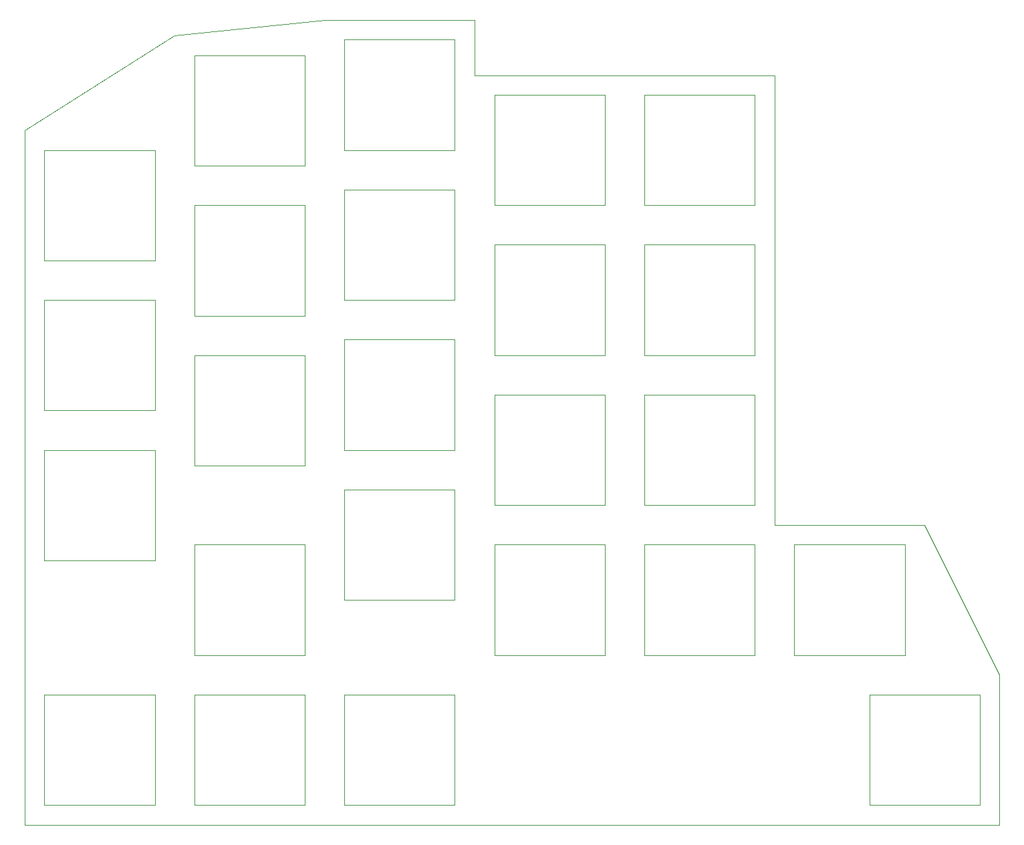
<source format=gm1>
%TF.GenerationSoftware,KiCad,Pcbnew,(5.99.0-12766-g4a3658027e)*%
%TF.CreationDate,2021-10-23T13:20:50+09:00*%
%TF.ProjectId,top,746f702e-6b69-4636-9164-5f7063625858,rev?*%
%TF.SameCoordinates,Original*%
%TF.FileFunction,Profile,NP*%
%FSLAX46Y46*%
G04 Gerber Fmt 4.6, Leading zero omitted, Abs format (unit mm)*
G04 Created by KiCad (PCBNEW (5.99.0-12766-g4a3658027e)) date 2021-10-23 13:20:50*
%MOMM*%
%LPD*%
G01*
G04 APERTURE LIST*
%TA.AperFunction,Profile*%
%ADD10C,0.050000*%
%TD*%
%TA.AperFunction,Profile*%
%ADD11C,0.120000*%
%TD*%
G04 APERTURE END LIST*
D10*
X33750000Y-15000000D02*
X14750000Y-27000000D01*
X138250000Y-115000000D02*
X138250000Y-96000000D01*
X109750000Y-77000000D02*
X128750000Y-77000000D01*
X109750000Y-20000000D02*
X71750000Y-20000000D01*
X109750000Y-77000000D02*
X109750000Y-20000000D01*
X71750000Y-13000000D02*
X52750000Y-13000000D01*
X52750000Y-13000000D02*
X33750000Y-15000000D01*
X71750000Y-20000000D02*
X71750000Y-13000000D01*
X14750000Y-27000000D02*
X14750000Y-115000000D01*
X14750000Y-115000000D02*
X138250000Y-115000000D01*
X138250000Y-96000000D02*
X128750000Y-77000000D01*
D11*
%TO.C,SW2*%
X17250000Y-62500000D02*
X31250000Y-62500000D01*
X31250000Y-62500000D02*
X31250000Y-48500000D01*
X17250000Y-48500000D02*
X17250000Y-62500000D01*
X31250000Y-48500000D02*
X17250000Y-48500000D01*
X17250000Y-67500000D02*
X17250000Y-81500000D01*
X31250000Y-67500000D02*
X17250000Y-67500000D01*
X17250000Y-81500000D02*
X31250000Y-81500000D01*
X31250000Y-81500000D02*
X31250000Y-67500000D01*
X88250000Y-60500000D02*
X74250000Y-60500000D01*
X74250000Y-74500000D02*
X88250000Y-74500000D01*
X88250000Y-74500000D02*
X88250000Y-60500000D01*
X74250000Y-60500000D02*
X74250000Y-74500000D01*
X36250000Y-31500000D02*
X50250000Y-31500000D01*
X50250000Y-17500000D02*
X36250000Y-17500000D01*
X50250000Y-31500000D02*
X50250000Y-17500000D01*
X36250000Y-17500000D02*
X36250000Y-31500000D01*
X55250000Y-112500000D02*
X69250000Y-112500000D01*
X55250000Y-98500000D02*
X55250000Y-112500000D01*
X69250000Y-98500000D02*
X55250000Y-98500000D01*
X69250000Y-112500000D02*
X69250000Y-98500000D01*
X107250000Y-74500000D02*
X107250000Y-60500000D01*
X93250000Y-60500000D02*
X93250000Y-74500000D01*
X93250000Y-74500000D02*
X107250000Y-74500000D01*
X107250000Y-60500000D02*
X93250000Y-60500000D01*
X93250000Y-41500000D02*
X93250000Y-55500000D01*
X107250000Y-55500000D02*
X107250000Y-41500000D01*
X107250000Y-41500000D02*
X93250000Y-41500000D01*
X93250000Y-55500000D02*
X107250000Y-55500000D01*
X107250000Y-22500000D02*
X93250000Y-22500000D01*
X93250000Y-22500000D02*
X93250000Y-36500000D01*
X107250000Y-36500000D02*
X107250000Y-22500000D01*
X93250000Y-36500000D02*
X107250000Y-36500000D01*
X74250000Y-36500000D02*
X88250000Y-36500000D01*
X74250000Y-22500000D02*
X74250000Y-36500000D01*
X88250000Y-22500000D02*
X74250000Y-22500000D01*
X88250000Y-36500000D02*
X88250000Y-22500000D01*
X69250000Y-29500000D02*
X69250000Y-15500000D01*
X55250000Y-15500000D02*
X55250000Y-29500000D01*
X69250000Y-15500000D02*
X55250000Y-15500000D01*
X55250000Y-29500000D02*
X69250000Y-29500000D01*
X31250000Y-43500000D02*
X31250000Y-29500000D01*
X31250000Y-29500000D02*
X17250000Y-29500000D01*
X17250000Y-29500000D02*
X17250000Y-43500000D01*
X17250000Y-43500000D02*
X31250000Y-43500000D01*
X55250000Y-86500000D02*
X69250000Y-86500000D01*
X69250000Y-86500000D02*
X69250000Y-72500000D01*
X55250000Y-72500000D02*
X55250000Y-86500000D01*
X69250000Y-72500000D02*
X55250000Y-72500000D01*
X69250000Y-34500000D02*
X55250000Y-34500000D01*
X69250000Y-48500000D02*
X69250000Y-34500000D01*
X55250000Y-48500000D02*
X69250000Y-48500000D01*
X55250000Y-34500000D02*
X55250000Y-48500000D01*
X36250000Y-112500000D02*
X50250000Y-112500000D01*
X50250000Y-112500000D02*
X50250000Y-98500000D01*
X50250000Y-98500000D02*
X36250000Y-98500000D01*
X36250000Y-98500000D02*
X36250000Y-112500000D01*
X36250000Y-93500000D02*
X50250000Y-93500000D01*
X36250000Y-79500000D02*
X36250000Y-93500000D01*
X50250000Y-93500000D02*
X50250000Y-79500000D01*
X50250000Y-79500000D02*
X36250000Y-79500000D01*
X135750000Y-112500000D02*
X135750000Y-98500000D01*
X121750000Y-98500000D02*
X121750000Y-112500000D01*
X121750000Y-112500000D02*
X135750000Y-112500000D01*
X135750000Y-98500000D02*
X121750000Y-98500000D01*
X36250000Y-50500000D02*
X50250000Y-50500000D01*
X50250000Y-36500000D02*
X36250000Y-36500000D01*
X36250000Y-36500000D02*
X36250000Y-50500000D01*
X50250000Y-50500000D02*
X50250000Y-36500000D01*
X36250000Y-55500000D02*
X36250000Y-69500000D01*
X50250000Y-55500000D02*
X36250000Y-55500000D01*
X36250000Y-69500000D02*
X50250000Y-69500000D01*
X50250000Y-69500000D02*
X50250000Y-55500000D01*
X31250000Y-98500000D02*
X17250000Y-98500000D01*
X17250000Y-112500000D02*
X31250000Y-112500000D01*
X17250000Y-98500000D02*
X17250000Y-112500000D01*
X31250000Y-112500000D02*
X31250000Y-98500000D01*
X69250000Y-67500000D02*
X69250000Y-53500000D01*
X69250000Y-53500000D02*
X55250000Y-53500000D01*
X55250000Y-67500000D02*
X69250000Y-67500000D01*
X55250000Y-53500000D02*
X55250000Y-67500000D01*
X107250000Y-79500000D02*
X93250000Y-79500000D01*
X93250000Y-93500000D02*
X107250000Y-93500000D01*
X107250000Y-93500000D02*
X107250000Y-79500000D01*
X93250000Y-79500000D02*
X93250000Y-93500000D01*
X88250000Y-55500000D02*
X88250000Y-41500000D01*
X88250000Y-41500000D02*
X74250000Y-41500000D01*
X74250000Y-41500000D02*
X74250000Y-55500000D01*
X74250000Y-55500000D02*
X88250000Y-55500000D01*
X88250000Y-93500000D02*
X88250000Y-79500000D01*
X88250000Y-79500000D02*
X74250000Y-79500000D01*
X74250000Y-79500000D02*
X74250000Y-93500000D01*
X74250000Y-93500000D02*
X88250000Y-93500000D01*
X126250000Y-93500000D02*
X126250000Y-79500000D01*
X126250000Y-79500000D02*
X112250000Y-79500000D01*
X112250000Y-93500000D02*
X126250000Y-93500000D01*
X112250000Y-79500000D02*
X112250000Y-93500000D01*
%TD*%
M02*

</source>
